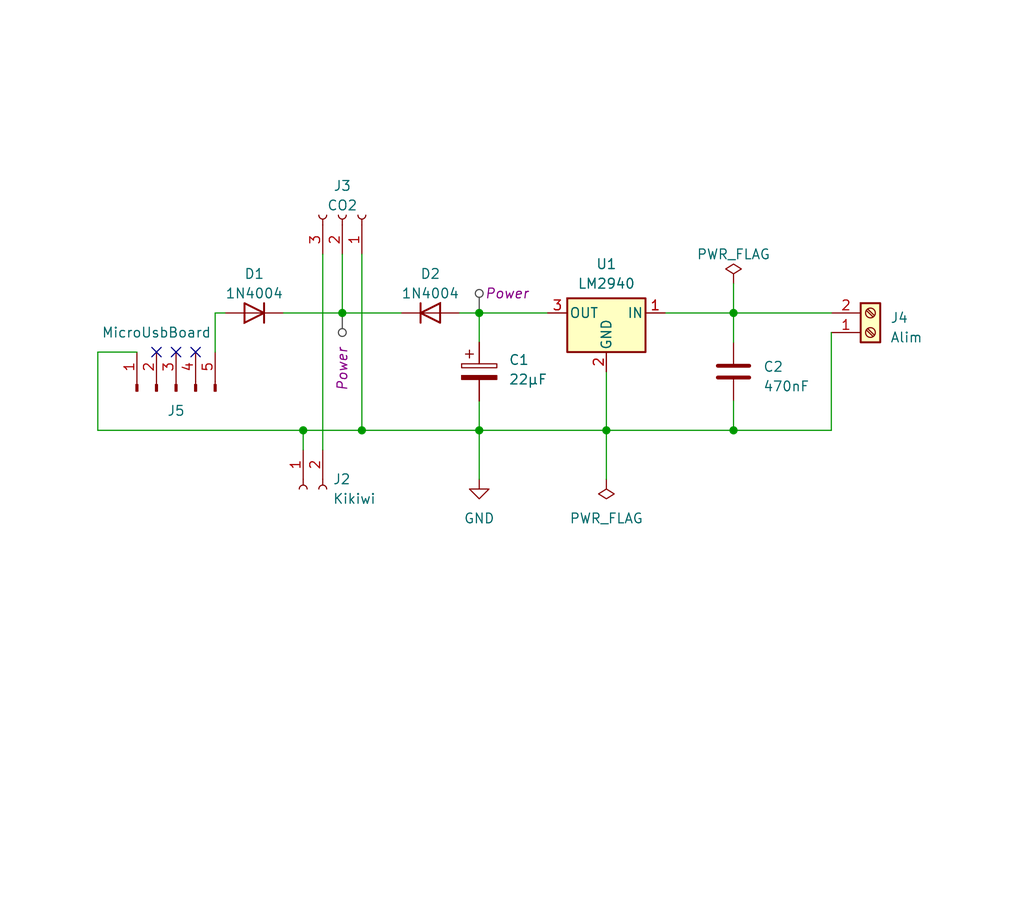
<source format=kicad_sch>
(kicad_sch (version 20230121) (generator eeschema)
  (paper "User" 132.994 119.99)
  (title_block (title "UBPE CO2 sensor power supply 2023") (date "2023-11-11") (rev "1.1") (company "L0AD") (comment 1 "input via external power supply (> 6V) or power bank") (comment 2 "sensor (data only) connected to CNES Kikiwi board"))
  (lib_symbols
    (symbol "Connector:Conn_01x02_Socket" (pin_names (offset 1.016) hide)
      (property "Reference" "J2" (at -1.27 1.27 90))
      (property "Value" "Kikiwi" (at 1.27 1.27 90))
      (symbol "Conn_01x02_Socket_1_1"
        (arc (start 0 -2.032) (mid -0.5058 -2.54) (end 0 -3.048) (stroke (width 0.1524)))
        (polyline (pts (xy -1.27 -2.54) (xy -0.508 -2.54)) (stroke (width 0.1524)))
        (polyline (pts (xy -1.27 0) (xy -0.508 0)) (stroke (width 0.1524)))
        (arc (start 0 0.508) (mid -0.5058 0) (end 0 -0.508) (stroke (width 0.1524)))
        (pin passive line (at -5.08 -2.54 0) (length 3.81) (name "Pin_1") (number "1"))
        (pin passive line (at -5.08 0 0) (length 3.81) (name "Pin_2") (number "2"))
      )
    )
    (symbol "Connector:Conn_01x03_Socket" (pin_names (offset 1.016) hide)
      (property "Reference" "J3" (at 3.81 0 90))
      (property "Value" "CO2" (at 1.27 0 90))
      (symbol "Conn_01x03_Socket_1_1"
        (arc (start 0 -2.032) (mid -0.5058 -2.54) (end 0 -3.048) (stroke (width 0.1524)))
        (polyline (pts (xy -1.27 -2.54) (xy -0.508 -2.54)) (stroke (width 0.1524)))
        (polyline (pts (xy -1.27 0) (xy -0.508 0)) (stroke (width 0.1524)))
        (polyline (pts (xy -1.27 2.54) (xy -0.508 2.54)) (stroke (width 0.1524)))
        (arc (start 0 0.508) (mid -0.5058 0) (end 0 -0.508) (stroke (width 0.1524)))
        (arc (start 0 3.048) (mid -0.5058 2.54) (end 0 2.032) (stroke (width 0.1524)))
        (pin passive line (at -5.08 -2.54 0) (length 3.81) (name "Pin_1") (number "1"))
        (pin passive line (at -5.08 0 0) (length 3.81) (name "Pin_2") (number "2"))
        (pin passive line (at -5.08 2.54 0) (length 3.81) (name "Pin_3") (number "3"))
      )
    )
    (symbol "Connector:Conn_01x05_Pin" (pin_names (offset 1.016) hide)
      (property "Reference" "J" (at 0 7.62 0))
      (property "Value" "Conn_01x05_Pin" (at 0 -7.62 0))
      (symbol "Conn_01x05_Pin_1_1"
        (polyline (pts (xy 1.27 -5.08) (xy 0.8636 -5.08)) (stroke (width 0.1524)))
        (polyline (pts (xy 1.27 -2.54) (xy 0.8636 -2.54)) (stroke (width 0.1524)))
        (polyline (pts (xy 1.27 0) (xy 0.8636 0)) (stroke (width 0.1524)))
        (polyline (pts (xy 1.27 2.54) (xy 0.8636 2.54)) (stroke (width 0.1524)))
        (polyline (pts (xy 1.27 5.08) (xy 0.8636 5.08)) (stroke (width 0.1524)))
        (rectangle (start 0.8636 -4.953) (end 0 -5.207) (stroke (width 0.1524)) (fill (type outline)))
        (rectangle (start 0.8636 -2.413) (end 0 -2.667) (stroke (width 0.1524)) (fill (type outline)))
        (rectangle (start 0.8636 0.127) (end 0 -0.127) (stroke (width 0.1524)) (fill (type outline)))
        (rectangle (start 0.8636 2.667) (end 0 2.413) (stroke (width 0.1524)) (fill (type outline)))
        (rectangle (start 0.8636 5.207) (end 0 4.953) (stroke (width 0.1524)) (fill (type outline)))
        (pin passive line (at 5.08 5.08 180) (length 3.81) (name "Pin_1") (number "1"))
        (pin passive line (at 5.08 2.54 180) (length 3.81) (name "Pin_2") (number "2"))
        (pin passive line (at 5.08 0 180) (length 3.81) (name "Pin_3") (number "3"))
        (pin passive line (at 5.08 -2.54 180) (length 3.81) (name "Pin_4") (number "4"))
        (pin passive line (at 5.08 -5.08 180) (length 3.81) (name "Pin_5") (number "5"))
      )
    )
    (symbol "Connector:Screw_Terminal_01x02" (pin_names (offset 1.016) hide)
      (property "Reference" "J4" (at 2.54 -0.635 0))
      (property "Value" "Alim" (at 2.54 -3.175 0))
      (symbol "Screw_Terminal_01x02_1_1"
        (rectangle (start -1.27 1.27) (end 1.27 -3.81) (stroke (width 0.254)) (fill (type background)))
        (circle (center 0 -2.54) (radius 0.635) (stroke (width 0.1524)))
        (polyline (pts (xy -0.5334 -2.2098) (xy 0.3302 -3.048)) (stroke (width 0.1524)))
        (polyline (pts (xy -0.5334 0.3302) (xy 0.3302 -0.508)) (stroke (width 0.1524)))
        (polyline (pts (xy -0.3556 -2.032) (xy 0.508 -2.8702)) (stroke (width 0.1524)))
        (polyline (pts (xy -0.3556 0.508) (xy 0.508 -0.3302)) (stroke (width 0.1524)))
        (circle (center 0 0) (radius 0.635) (stroke (width 0.1524)))
        (pin passive line (at -5.08 -2.54 0) (length 3.81) (name "Pin_1") (number "1"))
        (pin passive line (at -5.08 0 0) (length 3.81) (name "Pin_2") (number "2"))
      )
    )
    (symbol "Device:C" (pin_numbers hide) (pin_names (offset 0.254))
      (property "Reference" "C" (at 0.635 2.54 0))
      (property "Value" "C" (at 0.635 -2.54 0))
      (symbol "C_0_1"
        (polyline (pts (xy -2.032 -0.762) (xy 2.032 -0.762)) (stroke (width 0.508)))
        (polyline (pts (xy -2.032 0.762) (xy 2.032 0.762)) (stroke (width 0.508)))
      )
      (symbol "C_1_1"
        (pin passive line (at 0 3.81 270) (length 2.794) (name "~") (number "1"))
        (pin passive line (at 0 -3.81 90) (length 2.794) (name "~") (number "2"))
      )
    )
    (symbol "Device:C_Polarized" (pin_numbers hide) (pin_names (offset 0.254))
      (property "Reference" "C" (at 0.635 2.54 0))
      (property "Value" "C_Polarized" (at 0.635 -2.54 0))
      (symbol "C_Polarized_0_1"
        (rectangle (start -2.286 0.508) (end 2.286 1.016))
        (polyline (pts (xy -1.778 2.286) (xy -0.762 2.286)))
        (polyline (pts (xy -1.27 2.794) (xy -1.27 1.778)))
        (rectangle (start 2.286 -0.508) (end -2.286 -1.016) (fill (type outline)))
      )
      (symbol "C_Polarized_1_1"
        (pin passive line (at 0 3.81 270) (length 2.794) (name "~") (number "1"))
        (pin passive line (at 0 -3.81 90) (length 2.794) (name "~") (number "2"))
      )
    )
    (symbol "Diode:1N4004" (pin_numbers hide) (pin_names hide)
      (property "Reference" "D" (at 0 2.54 0))
      (property "Value" "1N4004" (at 0 -2.54 0))
      (symbol "1N4004_0_1"
        (polyline (pts (xy -1.27 1.27) (xy -1.27 -1.27)) (stroke (width 0.254)))
        (polyline (pts (xy 1.27 0) (xy -1.27 0)))
        (polyline (pts (xy 1.27 1.27) (xy 1.27 -1.27) (xy -1.27 0) (xy 1.27 1.27)) (stroke (width 0.254)))
      )
      (symbol "1N4004_1_1"
        (pin passive line (at -3.81 0 0) (length 2.54) (name "K") (number "1"))
        (pin passive line (at 3.81 0 180) (length 2.54) (name "A") (number "2"))
      )
    )
    (symbol "Regulator_Linear:L7805" (pin_names (offset 0.254))
      (property "Reference" "U" (at -3.81 3.175 0))
      (property "Value" "L7805" (at 0 3.175 0))
      (symbol "L7805_0_1"
        (rectangle (start -5.08 1.905) (end 5.08 -5.08) (stroke (width 0.254)) (fill (type background)))
      )
      (symbol "L7805_1_1"
        (pin power_in line (at -7.62 0 0) (length 2.54) (name "IN") (number "1"))
        (pin power_in line (at 0 -7.62 90) (length 2.54) (name "GND") (number "2"))
        (pin power_out line (at 7.62 0 180) (length 2.54) (name "OUT") (number "3"))
      )
    )
    (symbol "power:GND" (power) (pin_names (offset 0))
      (property "Value" "GND" (at 0 -3.81 0))
      (symbol "GND_0_1"
        (polyline (pts (xy 0 0) (xy 0 -1.27) (xy 1.27 -1.27) (xy 0 -2.54) (xy -1.27 -1.27) (xy 0 -1.27)))
      )
      (symbol "GND_1_1"
        (pin power_in line (at 0 0 270) (length 0) hide (name "GND") (number "1"))
      )
    )
    (symbol "power:PWR_FLAG" (power) (pin_numbers hide) (pin_names (offset 0) hide)
      (property "Value" "PWR_FLAG" (at 0 3.81 0))
      (symbol "PWR_FLAG_0_0"
        (pin power_out line (at 0 0 90) (length 0) (name "pwr") (number "1"))
      )
      (symbol "PWR_FLAG_0_1"
        (polyline (pts (xy 0 0) (xy 0 1.27) (xy -1.016 1.905) (xy 0 2.54) (xy 1.016 1.905) (xy 0 1.27)))
      )
    )
  )
  (junction (at 78.74 55.88))
  (junction (at 46.99 55.88))
  (junction (at 39.37 55.88))
  (junction (at 62.23 55.88))
  (junction (at 95.25 55.88))
  (junction (at 44.45 40.64))
  (junction (at 62.23 40.64))
  (junction (at 95.25 40.64))
  (no_connect (at 20.32 45.72))
  (no_connect (at 25.4 45.72))
  (no_connect (at 22.86 45.72))
  (wire (pts (xy 62.23 40.64) (xy 62.23 44.45)))
  (wire (pts (xy 95.25 40.64) (xy 95.25 44.45)))
  (wire (pts (xy 41.91 33.02) (xy 41.91 58.42)))
  (wire (pts (xy 59.69 40.64) (xy 62.23 40.64)))
  (wire (pts (xy 27.94 40.64) (xy 27.94 45.72)))
  (wire (pts (xy 78.74 55.88) (xy 78.74 62.23)))
  (wire (pts (xy 62.23 55.88) (xy 62.23 62.23)))
  (wire (pts (xy 39.37 58.42) (xy 39.37 55.88)))
  (wire (pts (xy 78.74 55.88) (xy 95.25 55.88)))
  (wire (pts (xy 44.45 40.64) (xy 36.83 40.64)))
  (wire (pts (xy 39.37 55.88) (xy 46.99 55.88)))
  (wire (pts (xy 78.74 48.26) (xy 78.74 55.88)))
  (wire (pts (xy 86.36 40.64) (xy 95.25 40.64)))
  (wire (pts (xy 95.25 55.88) (xy 95.25 52.07)))
  (wire (pts (xy 62.23 55.88) (xy 62.23 52.07)))
  (wire (pts (xy 95.25 36.83) (xy 95.25 40.64)))
  (wire (pts (xy 78.74 55.88) (xy 62.23 55.88)))
  (wire (pts (xy 27.94 40.64) (xy 29.21 40.64)))
  (wire (pts (xy 17.78 45.72) (xy 12.7 45.72)))
  (wire (pts (xy 44.45 33.02) (xy 44.45 40.64)))
  (wire (pts (xy 107.95 55.88) (xy 95.25 55.88)))
  (wire (pts (xy 46.99 33.02) (xy 46.99 55.88)))
  (wire (pts (xy 44.45 40.64) (xy 52.07 40.64)))
  (wire (pts (xy 12.7 55.88) (xy 39.37 55.88)))
  (wire (pts (xy 12.7 45.72) (xy 12.7 55.88)))
  (wire (pts (xy 46.99 55.88) (xy 62.23 55.88)))
  (wire (pts (xy 107.95 43.18) (xy 107.95 55.88)))
  (wire (pts (xy 62.23 40.64) (xy 71.12 40.64)))
  (wire (pts (xy 95.25 40.64) (xy 107.95 40.64)))
  (netclass_flag "" (length 2.54) (shape round) (at 62.23 40.64 0) (property "Netclass" "Power" (at 62.9285 38.1 0) (effects (font italic) (justify left))))
  (netclass_flag "" (length 2.54) (shape round) (at 44.45 40.64 180) (property "Netclass" "Power" (at 44.45 50.8 90) (effects (font italic) (justify left))))
  (symbol (lib_id "Device:C") (at 95.25 48.26 0) (unit 1)
    (property "Reference" "C2" (at 99.06 47.625 0) (effects (justify left)))
    (property "Value" "470nF" (at 99.06 50.165 0) (effects (justify left)))
    (property "Footprint" "Capacitor_THT:C_Rect_L7.0mm_W6.0mm_P5.00mm" (effects hide))
  )
  (symbol (lib_id "power:PWR_FLAG") (at 78.74 62.23 180) (unit 1)
    (property "Reference" "#FLG02" (effects hide))
    (property "Value" "PWR_FLAG" (at 78.74 67.31 0))
  )
  (symbol (lib_id "Diode:1N4004") (at 33.02 40.64 180) (unit 1)
    (property "Reference" "D1" (at 33.02 35.56 0))
    (property "Value" "1N4004" (at 33.02 38.1 0))
    (property "Footprint" "Diode_THT:D_DO-41_SOD81_P10.16mm_Horizontal" (effects hide))
    (property "Datasheet" "http://www.vishay.com/docs/88503/1n4001.pdf" (effects hide))
    (property "Sim.Device" "D" (effects hide))
    (property "Sim.Pins" "1=K 2=A" (effects hide))
  )
  (symbol (lib_id "Diode:1N4004") (at 55.88 40.64 0) (unit 1)
    (property "Reference" "D2" (at 55.88 35.56 0))
    (property "Value" "1N4004" (at 55.88 38.1 0))
    (property "Footprint" "Diode_THT:D_DO-41_SOD81_P10.16mm_Horizontal" (effects hide))
    (property "Datasheet" "http://www.vishay.com/docs/88503/1n4001.pdf" (effects hide))
    (property "Sim.Device" "D" (effects hide))
    (property "Sim.Pins" "1=K 2=A" (effects hide))
  )
  (symbol (lib_id "power:PWR_FLAG") (at 95.25 36.83 0) (unit 1)
    (property "Reference" "#FLG01" (effects hide))
    (property "Value" "PWR_FLAG" (at 95.25 33.02 0))
  )
  (symbol (lib_id "Connector:Conn_01x05_Pin") (at 22.86 50.8 90) (unit 1)
    (property "Reference" "J5" (at 22.86 53.34 90))
    (property "Value" "MicroUsbBoard" (at 20.32 43.18 90))
    (property "Footprint" "Connector_PinHeader_2.54mm:PinHeader_1x05_P2.54mm_Vertical" (effects hide))
  )
  (symbol (lib_id "Connector:Screw_Terminal_01x02") (at 113.03 40.64 0) (unit 1)
    (property "Reference" "J4" (at 115.57 41.275 0) (effects (justify left)))
    (property "Value" "Alim" (at 115.57 43.815 0) (effects (justify left)))
    (property "Footprint" "TerminalBlock_Phoenix:TerminalBlock_Phoenix_MKDS-1,5-2-5.08_1x02_P5.08mm_Horizontal" (effects hide))
  )
  (symbol (lib_id "power:GND") (at 62.23 62.23 0) (unit 1)
    (property "Reference" "#PWR01" (effects hide))
    (property "Value" "GND" (at 62.23 67.31 0))
  )
  (symbol (lib_id "Connector:Conn_01x02_Socket") (at 41.91 63.5 270) (unit 1)
    (property "Reference" "J2" (at 43.18 62.23 90) (effects (justify left)))
    (property "Value" "Kikiwi" (at 43.18 64.77 90) (effects (justify left)))
    (property "Footprint" "Connector_JST:JST_XH_B2B-XH-A_1x02_P2.50mm_Vertical" (effects hide))
  )
  (symbol (lib_id "Device:C_Polarized") (at 62.23 48.26 0) (unit 1)
    (property "Reference" "C1" (at 66.04 46.736 0) (effects (justify left)))
    (property "Value" "22µF" (at 66.04 49.276 0) (effects (justify left)))
    (property "Footprint" "Capacitor_THT:CP_Radial_D5.0mm_P2.50mm" (effects hide))
  )
  (symbol (lib_id "Connector:Conn_01x03_Socket") (at 44.45 27.94 90) (unit 1)
    (property "Reference" "J3" (at 44.45 24.13 90))
    (property "Value" "CO2" (at 44.45 26.67 90))
    (property "Footprint" "Connector_JST:JST_XH_B3B-XH-A_1x03_P2.50mm_Vertical" (effects hide))
  )
  (symbol (lib_id "Regulator_Linear:L7805") (at 78.74 40.64 0) (mirror y) (unit 1)
    (property "Reference" "U1" (at 78.74 34.29 0))
    (property "Value" "LM2940" (at 78.74 36.83 0))
    (property "Footprint" "Package_TO_SOT_THT:TO-220-3_Horizontal_TabDown" (effects hide))
    (property "Datasheet" "http://www.st.com/content/ccc/resource/technical/document/datasheet/41/4f/b3/b0/12/d4/47/88/CD00000444.pdf/files/CD00000444.pdf/jcr:content/translations/en.CD00000444.pdf" (effects hide))
  )
)
</source>
